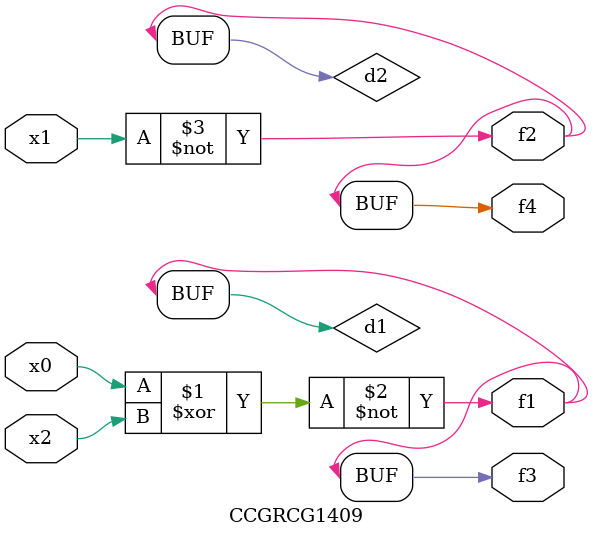
<source format=v>
module CCGRCG1409(
	input x0, x1, x2,
	output f1, f2, f3, f4
);

	wire d1, d2, d3;

	xnor (d1, x0, x2);
	nand (d2, x1);
	nor (d3, x1, x2);
	assign f1 = d1;
	assign f2 = d2;
	assign f3 = d1;
	assign f4 = d2;
endmodule

</source>
